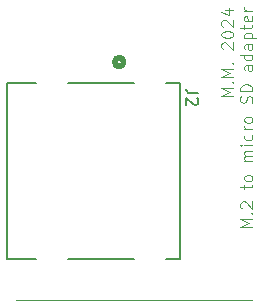
<source format=gbr>
%TF.GenerationSoftware,KiCad,Pcbnew,7.0.11-7.0.11~ubuntu22.04.1*%
%TF.CreationDate,2024-05-19T21:46:35+02:00*%
%TF.ProjectId,m.2_usd,6d2e325f-7573-4642-9e6b-696361645f70,rev?*%
%TF.SameCoordinates,Original*%
%TF.FileFunction,Legend,Top*%
%TF.FilePolarity,Positive*%
%FSLAX46Y46*%
G04 Gerber Fmt 4.6, Leading zero omitted, Abs format (unit mm)*
G04 Created by KiCad (PCBNEW 7.0.11-7.0.11~ubuntu22.04.1) date 2024-05-19 21:46:35*
%MOMM*%
%LPD*%
G01*
G04 APERTURE LIST*
%ADD10C,0.100000*%
%ADD11C,0.150000*%
%ADD12C,0.010000*%
%ADD13C,0.152400*%
%ADD14C,0.508000*%
G04 APERTURE END LIST*
D10*
X8412419Y21262783D02*
X7412419Y21262783D01*
X7412419Y21262783D02*
X8126704Y21596116D01*
X8126704Y21596116D02*
X7412419Y21929449D01*
X7412419Y21929449D02*
X8412419Y21929449D01*
X8317180Y22405640D02*
X8364800Y22453259D01*
X8364800Y22453259D02*
X8412419Y22405640D01*
X8412419Y22405640D02*
X8364800Y22358021D01*
X8364800Y22358021D02*
X8317180Y22405640D01*
X8317180Y22405640D02*
X8412419Y22405640D01*
X8412419Y22881830D02*
X7412419Y22881830D01*
X7412419Y22881830D02*
X8126704Y23215163D01*
X8126704Y23215163D02*
X7412419Y23548496D01*
X7412419Y23548496D02*
X8412419Y23548496D01*
X8317180Y24024687D02*
X8364800Y24072306D01*
X8364800Y24072306D02*
X8412419Y24024687D01*
X8412419Y24024687D02*
X8364800Y23977068D01*
X8364800Y23977068D02*
X8317180Y24024687D01*
X8317180Y24024687D02*
X8412419Y24024687D01*
X7507657Y25215163D02*
X7460038Y25262782D01*
X7460038Y25262782D02*
X7412419Y25358020D01*
X7412419Y25358020D02*
X7412419Y25596115D01*
X7412419Y25596115D02*
X7460038Y25691353D01*
X7460038Y25691353D02*
X7507657Y25738972D01*
X7507657Y25738972D02*
X7602895Y25786591D01*
X7602895Y25786591D02*
X7698133Y25786591D01*
X7698133Y25786591D02*
X7840990Y25738972D01*
X7840990Y25738972D02*
X8412419Y25167544D01*
X8412419Y25167544D02*
X8412419Y25786591D01*
X7412419Y26405639D02*
X7412419Y26500877D01*
X7412419Y26500877D02*
X7460038Y26596115D01*
X7460038Y26596115D02*
X7507657Y26643734D01*
X7507657Y26643734D02*
X7602895Y26691353D01*
X7602895Y26691353D02*
X7793371Y26738972D01*
X7793371Y26738972D02*
X8031466Y26738972D01*
X8031466Y26738972D02*
X8221942Y26691353D01*
X8221942Y26691353D02*
X8317180Y26643734D01*
X8317180Y26643734D02*
X8364800Y26596115D01*
X8364800Y26596115D02*
X8412419Y26500877D01*
X8412419Y26500877D02*
X8412419Y26405639D01*
X8412419Y26405639D02*
X8364800Y26310401D01*
X8364800Y26310401D02*
X8317180Y26262782D01*
X8317180Y26262782D02*
X8221942Y26215163D01*
X8221942Y26215163D02*
X8031466Y26167544D01*
X8031466Y26167544D02*
X7793371Y26167544D01*
X7793371Y26167544D02*
X7602895Y26215163D01*
X7602895Y26215163D02*
X7507657Y26262782D01*
X7507657Y26262782D02*
X7460038Y26310401D01*
X7460038Y26310401D02*
X7412419Y26405639D01*
X7507657Y27119925D02*
X7460038Y27167544D01*
X7460038Y27167544D02*
X7412419Y27262782D01*
X7412419Y27262782D02*
X7412419Y27500877D01*
X7412419Y27500877D02*
X7460038Y27596115D01*
X7460038Y27596115D02*
X7507657Y27643734D01*
X7507657Y27643734D02*
X7602895Y27691353D01*
X7602895Y27691353D02*
X7698133Y27691353D01*
X7698133Y27691353D02*
X7840990Y27643734D01*
X7840990Y27643734D02*
X8412419Y27072306D01*
X8412419Y27072306D02*
X8412419Y27691353D01*
X7745752Y28548496D02*
X8412419Y28548496D01*
X7364800Y28310401D02*
X8079085Y28072306D01*
X8079085Y28072306D02*
X8079085Y28691353D01*
X10022419Y10167542D02*
X9022419Y10167542D01*
X9022419Y10167542D02*
X9736704Y10500875D01*
X9736704Y10500875D02*
X9022419Y10834208D01*
X9022419Y10834208D02*
X10022419Y10834208D01*
X9927180Y11310399D02*
X9974800Y11358018D01*
X9974800Y11358018D02*
X10022419Y11310399D01*
X10022419Y11310399D02*
X9974800Y11262780D01*
X9974800Y11262780D02*
X9927180Y11310399D01*
X9927180Y11310399D02*
X10022419Y11310399D01*
X9117657Y11738970D02*
X9070038Y11786589D01*
X9070038Y11786589D02*
X9022419Y11881827D01*
X9022419Y11881827D02*
X9022419Y12119922D01*
X9022419Y12119922D02*
X9070038Y12215160D01*
X9070038Y12215160D02*
X9117657Y12262779D01*
X9117657Y12262779D02*
X9212895Y12310398D01*
X9212895Y12310398D02*
X9308133Y12310398D01*
X9308133Y12310398D02*
X9450990Y12262779D01*
X9450990Y12262779D02*
X10022419Y11691351D01*
X10022419Y11691351D02*
X10022419Y12310398D01*
X9355752Y13358018D02*
X9355752Y13738970D01*
X9022419Y13500875D02*
X9879561Y13500875D01*
X9879561Y13500875D02*
X9974800Y13548494D01*
X9974800Y13548494D02*
X10022419Y13643732D01*
X10022419Y13643732D02*
X10022419Y13738970D01*
X10022419Y14215161D02*
X9974800Y14119923D01*
X9974800Y14119923D02*
X9927180Y14072304D01*
X9927180Y14072304D02*
X9831942Y14024685D01*
X9831942Y14024685D02*
X9546228Y14024685D01*
X9546228Y14024685D02*
X9450990Y14072304D01*
X9450990Y14072304D02*
X9403371Y14119923D01*
X9403371Y14119923D02*
X9355752Y14215161D01*
X9355752Y14215161D02*
X9355752Y14358018D01*
X9355752Y14358018D02*
X9403371Y14453256D01*
X9403371Y14453256D02*
X9450990Y14500875D01*
X9450990Y14500875D02*
X9546228Y14548494D01*
X9546228Y14548494D02*
X9831942Y14548494D01*
X9831942Y14548494D02*
X9927180Y14500875D01*
X9927180Y14500875D02*
X9974800Y14453256D01*
X9974800Y14453256D02*
X10022419Y14358018D01*
X10022419Y14358018D02*
X10022419Y14215161D01*
X10022419Y15738971D02*
X9355752Y15738971D01*
X9450990Y15738971D02*
X9403371Y15786590D01*
X9403371Y15786590D02*
X9355752Y15881828D01*
X9355752Y15881828D02*
X9355752Y16024685D01*
X9355752Y16024685D02*
X9403371Y16119923D01*
X9403371Y16119923D02*
X9498609Y16167542D01*
X9498609Y16167542D02*
X10022419Y16167542D01*
X9498609Y16167542D02*
X9403371Y16215161D01*
X9403371Y16215161D02*
X9355752Y16310399D01*
X9355752Y16310399D02*
X9355752Y16453256D01*
X9355752Y16453256D02*
X9403371Y16548495D01*
X9403371Y16548495D02*
X9498609Y16596114D01*
X9498609Y16596114D02*
X10022419Y16596114D01*
X10022419Y17072304D02*
X9355752Y17072304D01*
X9022419Y17072304D02*
X9070038Y17024685D01*
X9070038Y17024685D02*
X9117657Y17072304D01*
X9117657Y17072304D02*
X9070038Y17119923D01*
X9070038Y17119923D02*
X9022419Y17072304D01*
X9022419Y17072304D02*
X9117657Y17072304D01*
X9974800Y17977065D02*
X10022419Y17881827D01*
X10022419Y17881827D02*
X10022419Y17691351D01*
X10022419Y17691351D02*
X9974800Y17596113D01*
X9974800Y17596113D02*
X9927180Y17548494D01*
X9927180Y17548494D02*
X9831942Y17500875D01*
X9831942Y17500875D02*
X9546228Y17500875D01*
X9546228Y17500875D02*
X9450990Y17548494D01*
X9450990Y17548494D02*
X9403371Y17596113D01*
X9403371Y17596113D02*
X9355752Y17691351D01*
X9355752Y17691351D02*
X9355752Y17881827D01*
X9355752Y17881827D02*
X9403371Y17977065D01*
X10022419Y18405637D02*
X9355752Y18405637D01*
X9546228Y18405637D02*
X9450990Y18453256D01*
X9450990Y18453256D02*
X9403371Y18500875D01*
X9403371Y18500875D02*
X9355752Y18596113D01*
X9355752Y18596113D02*
X9355752Y18691351D01*
X10022419Y19167542D02*
X9974800Y19072304D01*
X9974800Y19072304D02*
X9927180Y19024685D01*
X9927180Y19024685D02*
X9831942Y18977066D01*
X9831942Y18977066D02*
X9546228Y18977066D01*
X9546228Y18977066D02*
X9450990Y19024685D01*
X9450990Y19024685D02*
X9403371Y19072304D01*
X9403371Y19072304D02*
X9355752Y19167542D01*
X9355752Y19167542D02*
X9355752Y19310399D01*
X9355752Y19310399D02*
X9403371Y19405637D01*
X9403371Y19405637D02*
X9450990Y19453256D01*
X9450990Y19453256D02*
X9546228Y19500875D01*
X9546228Y19500875D02*
X9831942Y19500875D01*
X9831942Y19500875D02*
X9927180Y19453256D01*
X9927180Y19453256D02*
X9974800Y19405637D01*
X9974800Y19405637D02*
X10022419Y19310399D01*
X10022419Y19310399D02*
X10022419Y19167542D01*
X9974800Y20643733D02*
X10022419Y20786590D01*
X10022419Y20786590D02*
X10022419Y21024685D01*
X10022419Y21024685D02*
X9974800Y21119923D01*
X9974800Y21119923D02*
X9927180Y21167542D01*
X9927180Y21167542D02*
X9831942Y21215161D01*
X9831942Y21215161D02*
X9736704Y21215161D01*
X9736704Y21215161D02*
X9641466Y21167542D01*
X9641466Y21167542D02*
X9593847Y21119923D01*
X9593847Y21119923D02*
X9546228Y21024685D01*
X9546228Y21024685D02*
X9498609Y20834209D01*
X9498609Y20834209D02*
X9450990Y20738971D01*
X9450990Y20738971D02*
X9403371Y20691352D01*
X9403371Y20691352D02*
X9308133Y20643733D01*
X9308133Y20643733D02*
X9212895Y20643733D01*
X9212895Y20643733D02*
X9117657Y20691352D01*
X9117657Y20691352D02*
X9070038Y20738971D01*
X9070038Y20738971D02*
X9022419Y20834209D01*
X9022419Y20834209D02*
X9022419Y21072304D01*
X9022419Y21072304D02*
X9070038Y21215161D01*
X10022419Y21643733D02*
X9022419Y21643733D01*
X9022419Y21643733D02*
X9022419Y21881828D01*
X9022419Y21881828D02*
X9070038Y22024685D01*
X9070038Y22024685D02*
X9165276Y22119923D01*
X9165276Y22119923D02*
X9260514Y22167542D01*
X9260514Y22167542D02*
X9450990Y22215161D01*
X9450990Y22215161D02*
X9593847Y22215161D01*
X9593847Y22215161D02*
X9784323Y22167542D01*
X9784323Y22167542D02*
X9879561Y22119923D01*
X9879561Y22119923D02*
X9974800Y22024685D01*
X9974800Y22024685D02*
X10022419Y21881828D01*
X10022419Y21881828D02*
X10022419Y21643733D01*
X10022419Y23834209D02*
X9498609Y23834209D01*
X9498609Y23834209D02*
X9403371Y23786590D01*
X9403371Y23786590D02*
X9355752Y23691352D01*
X9355752Y23691352D02*
X9355752Y23500876D01*
X9355752Y23500876D02*
X9403371Y23405638D01*
X9974800Y23834209D02*
X10022419Y23738971D01*
X10022419Y23738971D02*
X10022419Y23500876D01*
X10022419Y23500876D02*
X9974800Y23405638D01*
X9974800Y23405638D02*
X9879561Y23358019D01*
X9879561Y23358019D02*
X9784323Y23358019D01*
X9784323Y23358019D02*
X9689085Y23405638D01*
X9689085Y23405638D02*
X9641466Y23500876D01*
X9641466Y23500876D02*
X9641466Y23738971D01*
X9641466Y23738971D02*
X9593847Y23834209D01*
X10022419Y24738971D02*
X9022419Y24738971D01*
X9974800Y24738971D02*
X10022419Y24643733D01*
X10022419Y24643733D02*
X10022419Y24453257D01*
X10022419Y24453257D02*
X9974800Y24358019D01*
X9974800Y24358019D02*
X9927180Y24310400D01*
X9927180Y24310400D02*
X9831942Y24262781D01*
X9831942Y24262781D02*
X9546228Y24262781D01*
X9546228Y24262781D02*
X9450990Y24310400D01*
X9450990Y24310400D02*
X9403371Y24358019D01*
X9403371Y24358019D02*
X9355752Y24453257D01*
X9355752Y24453257D02*
X9355752Y24643733D01*
X9355752Y24643733D02*
X9403371Y24738971D01*
X10022419Y25643733D02*
X9498609Y25643733D01*
X9498609Y25643733D02*
X9403371Y25596114D01*
X9403371Y25596114D02*
X9355752Y25500876D01*
X9355752Y25500876D02*
X9355752Y25310400D01*
X9355752Y25310400D02*
X9403371Y25215162D01*
X9974800Y25643733D02*
X10022419Y25548495D01*
X10022419Y25548495D02*
X10022419Y25310400D01*
X10022419Y25310400D02*
X9974800Y25215162D01*
X9974800Y25215162D02*
X9879561Y25167543D01*
X9879561Y25167543D02*
X9784323Y25167543D01*
X9784323Y25167543D02*
X9689085Y25215162D01*
X9689085Y25215162D02*
X9641466Y25310400D01*
X9641466Y25310400D02*
X9641466Y25548495D01*
X9641466Y25548495D02*
X9593847Y25643733D01*
X9355752Y26119924D02*
X10355752Y26119924D01*
X9403371Y26119924D02*
X9355752Y26215162D01*
X9355752Y26215162D02*
X9355752Y26405638D01*
X9355752Y26405638D02*
X9403371Y26500876D01*
X9403371Y26500876D02*
X9450990Y26548495D01*
X9450990Y26548495D02*
X9546228Y26596114D01*
X9546228Y26596114D02*
X9831942Y26596114D01*
X9831942Y26596114D02*
X9927180Y26548495D01*
X9927180Y26548495D02*
X9974800Y26500876D01*
X9974800Y26500876D02*
X10022419Y26405638D01*
X10022419Y26405638D02*
X10022419Y26215162D01*
X10022419Y26215162D02*
X9974800Y26119924D01*
X9355752Y26881829D02*
X9355752Y27262781D01*
X9022419Y27024686D02*
X9879561Y27024686D01*
X9879561Y27024686D02*
X9974800Y27072305D01*
X9974800Y27072305D02*
X10022419Y27167543D01*
X10022419Y27167543D02*
X10022419Y27262781D01*
X9974800Y27977067D02*
X10022419Y27881829D01*
X10022419Y27881829D02*
X10022419Y27691353D01*
X10022419Y27691353D02*
X9974800Y27596115D01*
X9974800Y27596115D02*
X9879561Y27548496D01*
X9879561Y27548496D02*
X9498609Y27548496D01*
X9498609Y27548496D02*
X9403371Y27596115D01*
X9403371Y27596115D02*
X9355752Y27691353D01*
X9355752Y27691353D02*
X9355752Y27881829D01*
X9355752Y27881829D02*
X9403371Y27977067D01*
X9403371Y27977067D02*
X9498609Y28024686D01*
X9498609Y28024686D02*
X9593847Y28024686D01*
X9593847Y28024686D02*
X9689085Y27548496D01*
X10022419Y28453258D02*
X9355752Y28453258D01*
X9546228Y28453258D02*
X9450990Y28500877D01*
X9450990Y28500877D02*
X9403371Y28548496D01*
X9403371Y28548496D02*
X9355752Y28643734D01*
X9355752Y28643734D02*
X9355752Y28738972D01*
D11*
X5445180Y21483333D02*
X4730895Y21483333D01*
X4730895Y21483333D02*
X4588038Y21530952D01*
X4588038Y21530952D02*
X4492800Y21626190D01*
X4492800Y21626190D02*
X4445180Y21769047D01*
X4445180Y21769047D02*
X4445180Y21864285D01*
X5349942Y21054761D02*
X5397561Y21007142D01*
X5397561Y21007142D02*
X5445180Y20911904D01*
X5445180Y20911904D02*
X5445180Y20673809D01*
X5445180Y20673809D02*
X5397561Y20578571D01*
X5397561Y20578571D02*
X5349942Y20530952D01*
X5349942Y20530952D02*
X5254704Y20483333D01*
X5254704Y20483333D02*
X5159466Y20483333D01*
X5159466Y20483333D02*
X5016609Y20530952D01*
X5016609Y20530952D02*
X4445180Y21102380D01*
X4445180Y21102380D02*
X4445180Y20483333D01*
D12*
%TO.C,J1*%
X-10000000Y4000000D02*
X10000000Y4000000D01*
D13*
%TO.C,J2*%
X3927900Y22329500D02*
X2686940Y22329500D01*
X14860Y22329500D02*
X-5613061Y22329500D01*
X-8285141Y22329500D02*
X-10727900Y22329500D01*
X-10727900Y22329500D02*
X-10727900Y7470500D01*
X3927900Y7470500D02*
X3927900Y22329500D01*
X2686940Y7470500D02*
X3927900Y7470500D01*
X-5613061Y7470500D02*
X14860Y7470500D01*
X-10727900Y7470500D02*
X-8285141Y7470500D01*
D14*
X-868100Y24107500D02*
G75*
G03*
X-1630100Y24107500I-381000J0D01*
G01*
X-1630100Y24107500D02*
G75*
G03*
X-868100Y24107500I381000J0D01*
G01*
%TD*%
M02*

</source>
